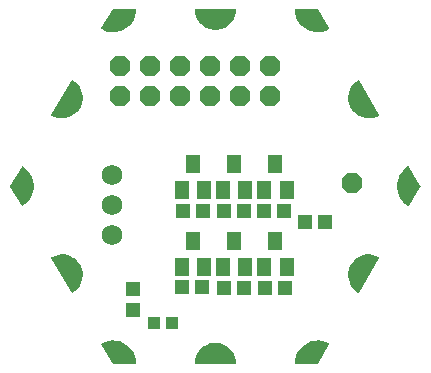
<source format=gbr>
G04 EAGLE Gerber RS-274X export*
G75*
%MOMM*%
%FSLAX34Y34*%
%LPD*%
%INSoldermask Top*%
%IPPOS*%
%AMOC8*
5,1,8,0,0,1.08239X$1,22.5*%
G01*
%ADD10R,1.003200X1.003200*%
%ADD11P,1.869504X8X112.500000*%
%ADD12R,1.303200X1.203200*%
%ADD13R,1.203200X1.303200*%
%ADD14C,1.727200*%
%ADD15R,1.203200X1.603200*%
%ADD16C,1.203200*%
%ADD17P,1.869504X8X22.500000*%

G36*
X17029Y319D02*
X17029Y319D01*
X17058Y317D01*
X17125Y339D01*
X17195Y353D01*
X17219Y369D01*
X17247Y378D01*
X17300Y425D01*
X17359Y465D01*
X17375Y490D01*
X17397Y509D01*
X17428Y573D01*
X17466Y633D01*
X17471Y662D01*
X17483Y688D01*
X17492Y787D01*
X17499Y829D01*
X17496Y840D01*
X17498Y854D01*
X17266Y3652D01*
X17256Y3685D01*
X17252Y3733D01*
X16563Y6455D01*
X16548Y6486D01*
X16536Y6533D01*
X15408Y9104D01*
X15388Y9132D01*
X15369Y9177D01*
X13833Y11527D01*
X13809Y11552D01*
X13783Y11592D01*
X11881Y13658D01*
X11853Y13678D01*
X11820Y13714D01*
X9605Y15438D01*
X9574Y15454D01*
X9536Y15483D01*
X7066Y16820D01*
X7033Y16830D01*
X6991Y16853D01*
X5805Y17260D01*
X4351Y17759D01*
X4335Y17765D01*
X4301Y17769D01*
X4255Y17785D01*
X1486Y18247D01*
X1451Y18246D01*
X1404Y18254D01*
X-1404Y18254D01*
X-1438Y18247D01*
X-1486Y18247D01*
X-4255Y17785D01*
X-4288Y17772D01*
X-4335Y17765D01*
X-6991Y16853D01*
X-7021Y16835D01*
X-7066Y16820D01*
X-9536Y15483D01*
X-9562Y15461D01*
X-9605Y15438D01*
X-11820Y13714D01*
X-11843Y13687D01*
X-11881Y13658D01*
X-13783Y11592D01*
X-13801Y11563D01*
X-13833Y11527D01*
X-15369Y9177D01*
X-15382Y9144D01*
X-15408Y9104D01*
X-16536Y6533D01*
X-16543Y6499D01*
X-16546Y6493D01*
X-16552Y6484D01*
X-16553Y6478D01*
X-16563Y6455D01*
X-17252Y3733D01*
X-17254Y3698D01*
X-17266Y3652D01*
X-17498Y854D01*
X-17494Y825D01*
X-17499Y796D01*
X-17483Y727D01*
X-17474Y656D01*
X-17460Y631D01*
X-17453Y603D01*
X-17411Y545D01*
X-17376Y484D01*
X-17352Y466D01*
X-17335Y442D01*
X-17274Y406D01*
X-17217Y363D01*
X-17189Y356D01*
X-17164Y341D01*
X-17066Y324D01*
X-17025Y314D01*
X-17014Y316D01*
X-17000Y313D01*
X17000Y313D01*
X17029Y319D01*
G37*
G36*
X1438Y283378D02*
X1438Y283378D01*
X1486Y283378D01*
X4255Y283840D01*
X4288Y283853D01*
X4335Y283861D01*
X6991Y284772D01*
X7021Y284790D01*
X7066Y284805D01*
X9536Y286142D01*
X9562Y286164D01*
X9605Y286187D01*
X11820Y287911D01*
X11843Y287938D01*
X11881Y287967D01*
X13783Y290033D01*
X13801Y290062D01*
X13833Y290098D01*
X15369Y292448D01*
X15382Y292481D01*
X15408Y292521D01*
X16536Y295092D01*
X16543Y295126D01*
X16563Y295170D01*
X17252Y297892D01*
X17254Y297927D01*
X17266Y297973D01*
X17498Y300771D01*
X17494Y300800D01*
X17499Y300829D01*
X17483Y300898D01*
X17474Y300969D01*
X17460Y300994D01*
X17453Y301022D01*
X17411Y301080D01*
X17376Y301141D01*
X17352Y301159D01*
X17335Y301183D01*
X17274Y301219D01*
X17217Y301262D01*
X17189Y301269D01*
X17164Y301284D01*
X17066Y301301D01*
X17025Y301311D01*
X17014Y301309D01*
X17000Y301312D01*
X-17000Y301312D01*
X-17029Y301306D01*
X-17058Y301308D01*
X-17125Y301286D01*
X-17195Y301272D01*
X-17219Y301256D01*
X-17247Y301247D01*
X-17300Y301200D01*
X-17359Y301160D01*
X-17375Y301135D01*
X-17397Y301116D01*
X-17428Y301052D01*
X-17466Y300992D01*
X-17471Y300963D01*
X-17483Y300937D01*
X-17492Y300838D01*
X-17499Y300796D01*
X-17496Y300785D01*
X-17498Y300771D01*
X-17266Y297973D01*
X-17256Y297940D01*
X-17252Y297892D01*
X-16563Y295170D01*
X-16548Y295139D01*
X-16536Y295092D01*
X-15408Y292521D01*
X-15388Y292493D01*
X-15369Y292448D01*
X-13833Y290098D01*
X-13809Y290073D01*
X-13783Y290033D01*
X-11881Y287967D01*
X-11853Y287947D01*
X-11820Y287911D01*
X-9605Y286187D01*
X-9574Y286171D01*
X-9536Y286142D01*
X-7066Y284805D01*
X-7033Y284795D01*
X-6991Y284772D01*
X-4335Y283861D01*
X-4301Y283856D01*
X-4255Y283840D01*
X-1486Y283378D01*
X-1451Y283379D01*
X-1404Y283371D01*
X1404Y283371D01*
X1438Y283378D01*
G37*
G36*
X-121393Y60622D02*
X-121393Y60622D01*
X-121322Y60619D01*
X-121295Y60630D01*
X-121266Y60632D01*
X-121176Y60674D01*
X-121136Y60689D01*
X-121128Y60697D01*
X-121115Y60702D01*
X-118812Y62302D01*
X-118788Y62327D01*
X-118748Y62354D01*
X-116739Y64311D01*
X-116720Y64340D01*
X-116685Y64374D01*
X-115026Y66634D01*
X-115011Y66666D01*
X-114982Y66705D01*
X-113718Y69208D01*
X-113709Y69241D01*
X-113687Y69284D01*
X-112851Y71961D01*
X-112848Y71996D01*
X-112833Y72042D01*
X-112450Y74820D01*
X-112452Y74855D01*
X-112446Y74902D01*
X-112525Y77706D01*
X-112533Y77740D01*
X-112534Y77788D01*
X-113073Y80540D01*
X-113087Y80572D01*
X-113096Y80619D01*
X-114081Y83245D01*
X-114096Y83270D01*
X-114101Y83289D01*
X-114109Y83300D01*
X-114116Y83319D01*
X-115520Y85747D01*
X-115543Y85773D01*
X-115567Y85815D01*
X-117351Y87979D01*
X-117378Y88000D01*
X-117409Y88038D01*
X-119525Y89878D01*
X-119555Y89895D01*
X-119591Y89927D01*
X-121982Y91394D01*
X-122014Y91406D01*
X-122055Y91431D01*
X-124654Y92485D01*
X-124688Y92491D01*
X-124733Y92509D01*
X-127470Y93121D01*
X-127505Y93122D01*
X-127552Y93132D01*
X-130352Y93285D01*
X-130386Y93280D01*
X-130434Y93283D01*
X-133222Y92972D01*
X-133255Y92962D01*
X-133303Y92956D01*
X-136001Y92191D01*
X-136031Y92176D01*
X-136078Y92162D01*
X-138613Y90964D01*
X-138637Y90946D01*
X-138664Y90936D01*
X-138716Y90887D01*
X-138773Y90845D01*
X-138787Y90820D01*
X-138809Y90800D01*
X-138837Y90734D01*
X-138873Y90673D01*
X-138876Y90644D01*
X-138888Y90617D01*
X-138889Y90546D01*
X-138898Y90476D01*
X-138890Y90448D01*
X-138890Y90418D01*
X-138856Y90326D01*
X-138844Y90284D01*
X-138837Y90276D01*
X-138832Y90263D01*
X-121832Y60863D01*
X-121813Y60841D01*
X-121800Y60814D01*
X-121747Y60767D01*
X-121700Y60714D01*
X-121674Y60701D01*
X-121652Y60682D01*
X-121585Y60659D01*
X-121521Y60628D01*
X-121492Y60627D01*
X-121464Y60617D01*
X-121393Y60622D01*
G37*
G36*
X130386Y208345D02*
X130386Y208345D01*
X130434Y208343D01*
X133222Y208653D01*
X133255Y208663D01*
X133303Y208669D01*
X136001Y209434D01*
X136031Y209450D01*
X136078Y209463D01*
X138613Y210661D01*
X138637Y210679D01*
X138664Y210689D01*
X138716Y210738D01*
X138773Y210780D01*
X138787Y210805D01*
X138809Y210825D01*
X138837Y210891D01*
X138873Y210952D01*
X138876Y210981D01*
X138888Y211008D01*
X138889Y211079D01*
X138898Y211149D01*
X138890Y211177D01*
X138890Y211207D01*
X138856Y211299D01*
X138844Y211341D01*
X138837Y211350D01*
X138832Y211362D01*
X121832Y240762D01*
X121813Y240784D01*
X121800Y240811D01*
X121747Y240858D01*
X121700Y240911D01*
X121674Y240924D01*
X121652Y240943D01*
X121585Y240966D01*
X121521Y240997D01*
X121492Y240998D01*
X121464Y241008D01*
X121393Y241003D01*
X121322Y241006D01*
X121295Y240995D01*
X121266Y240993D01*
X121176Y240951D01*
X121136Y240936D01*
X121128Y240929D01*
X121115Y240923D01*
X118812Y239323D01*
X118788Y239298D01*
X118748Y239271D01*
X116739Y237314D01*
X116720Y237285D01*
X116685Y237251D01*
X115026Y234991D01*
X115011Y234959D01*
X114982Y234920D01*
X113718Y232417D01*
X113709Y232384D01*
X113687Y232341D01*
X112851Y229664D01*
X112848Y229629D01*
X112833Y229583D01*
X112450Y226805D01*
X112452Y226770D01*
X112446Y226723D01*
X112525Y223919D01*
X112533Y223885D01*
X112534Y223837D01*
X113073Y221085D01*
X113087Y221053D01*
X113096Y221006D01*
X114081Y218380D01*
X114099Y218351D01*
X114116Y218306D01*
X115520Y215878D01*
X115543Y215852D01*
X115567Y215810D01*
X117351Y213646D01*
X117378Y213625D01*
X117409Y213587D01*
X119525Y211747D01*
X119555Y211730D01*
X119591Y211698D01*
X121982Y210231D01*
X122014Y210219D01*
X122055Y210194D01*
X124654Y209140D01*
X124688Y209134D01*
X124733Y209116D01*
X127470Y208504D01*
X127505Y208503D01*
X127552Y208493D01*
X130352Y208340D01*
X130386Y208345D01*
G37*
G36*
X121426Y60623D02*
X121426Y60623D01*
X121497Y60623D01*
X121524Y60634D01*
X121553Y60637D01*
X121615Y60672D01*
X121680Y60699D01*
X121701Y60720D01*
X121726Y60734D01*
X121789Y60811D01*
X121819Y60841D01*
X121823Y60852D01*
X121832Y60863D01*
X138832Y90263D01*
X138841Y90290D01*
X138858Y90314D01*
X138873Y90384D01*
X138895Y90451D01*
X138893Y90480D01*
X138899Y90509D01*
X138886Y90579D01*
X138880Y90649D01*
X138867Y90675D01*
X138861Y90704D01*
X138821Y90763D01*
X138789Y90826D01*
X138766Y90845D01*
X138750Y90869D01*
X138668Y90926D01*
X138635Y90953D01*
X138625Y90956D01*
X138613Y90964D01*
X136078Y92162D01*
X136044Y92171D01*
X136001Y92191D01*
X133303Y92956D01*
X133268Y92959D01*
X133222Y92972D01*
X130434Y93283D01*
X130400Y93279D01*
X130352Y93285D01*
X127552Y93132D01*
X127518Y93123D01*
X127470Y93121D01*
X124733Y92509D01*
X124701Y92495D01*
X124654Y92485D01*
X122055Y91431D01*
X122026Y91412D01*
X121982Y91394D01*
X119591Y89927D01*
X119566Y89903D01*
X119525Y89878D01*
X117409Y88038D01*
X117388Y88010D01*
X117351Y87979D01*
X115567Y85815D01*
X115551Y85784D01*
X115520Y85747D01*
X114116Y83319D01*
X114105Y83287D01*
X114098Y83274D01*
X114088Y83259D01*
X114088Y83257D01*
X114081Y83245D01*
X113096Y80619D01*
X113090Y80585D01*
X113073Y80540D01*
X112534Y77788D01*
X112534Y77753D01*
X112525Y77706D01*
X112446Y74902D01*
X112452Y74868D01*
X112450Y74820D01*
X112833Y72042D01*
X112845Y72009D01*
X112851Y71961D01*
X113687Y69284D01*
X113704Y69254D01*
X113718Y69208D01*
X114982Y66705D01*
X115004Y66677D01*
X115026Y66634D01*
X116685Y64374D01*
X116711Y64350D01*
X116739Y64311D01*
X118748Y62354D01*
X118777Y62336D01*
X118812Y62302D01*
X121115Y60702D01*
X121142Y60691D01*
X121165Y60672D01*
X121233Y60652D01*
X121298Y60624D01*
X121327Y60624D01*
X121355Y60615D01*
X121426Y60623D01*
G37*
G36*
X-127552Y208493D02*
X-127552Y208493D01*
X-127518Y208502D01*
X-127470Y208504D01*
X-124733Y209116D01*
X-124701Y209130D01*
X-124654Y209140D01*
X-122055Y210194D01*
X-122026Y210213D01*
X-121982Y210231D01*
X-119591Y211698D01*
X-119566Y211722D01*
X-119525Y211747D01*
X-117409Y213587D01*
X-117388Y213615D01*
X-117351Y213646D01*
X-115567Y215810D01*
X-115551Y215841D01*
X-115520Y215878D01*
X-114116Y218306D01*
X-114105Y218338D01*
X-114081Y218380D01*
X-113096Y221006D01*
X-113090Y221040D01*
X-113073Y221085D01*
X-112534Y223837D01*
X-112534Y223872D01*
X-112525Y223919D01*
X-112446Y226723D01*
X-112452Y226757D01*
X-112450Y226805D01*
X-112833Y229583D01*
X-112845Y229616D01*
X-112851Y229664D01*
X-113687Y232341D01*
X-113704Y232371D01*
X-113718Y232417D01*
X-114982Y234920D01*
X-115004Y234948D01*
X-115026Y234991D01*
X-116685Y237251D01*
X-116711Y237275D01*
X-116739Y237314D01*
X-118748Y239271D01*
X-118777Y239289D01*
X-118812Y239323D01*
X-121115Y240923D01*
X-121142Y240934D01*
X-121165Y240953D01*
X-121233Y240973D01*
X-121298Y241001D01*
X-121327Y241001D01*
X-121355Y241010D01*
X-121426Y241002D01*
X-121497Y241002D01*
X-121524Y240991D01*
X-121553Y240988D01*
X-121615Y240953D01*
X-121680Y240926D01*
X-121701Y240905D01*
X-121726Y240891D01*
X-121789Y240814D01*
X-121819Y240784D01*
X-121823Y240773D01*
X-121832Y240762D01*
X-138832Y211362D01*
X-138841Y211335D01*
X-138858Y211311D01*
X-138873Y211241D01*
X-138895Y211174D01*
X-138893Y211145D01*
X-138899Y211116D01*
X-138886Y211046D01*
X-138880Y210976D01*
X-138867Y210950D01*
X-138861Y210921D01*
X-138821Y210862D01*
X-138789Y210799D01*
X-138766Y210780D01*
X-138750Y210756D01*
X-138668Y210699D01*
X-138635Y210672D01*
X-138625Y210669D01*
X-138613Y210661D01*
X-136078Y209463D01*
X-136044Y209454D01*
X-136001Y209434D01*
X-133303Y208669D01*
X-133268Y208666D01*
X-133222Y208653D01*
X-130434Y208343D01*
X-130400Y208346D01*
X-130352Y208340D01*
X-127552Y208493D01*
G37*
G36*
X163727Y133823D02*
X163727Y133823D01*
X163798Y133823D01*
X163825Y133834D01*
X163854Y133837D01*
X163916Y133873D01*
X163981Y133900D01*
X164002Y133921D01*
X164027Y133935D01*
X164090Y134012D01*
X164120Y134043D01*
X164124Y134053D01*
X164133Y134063D01*
X173633Y150563D01*
X173643Y150595D01*
X173652Y150608D01*
X173656Y150633D01*
X173657Y150636D01*
X173688Y150707D01*
X173688Y150730D01*
X173696Y150752D01*
X173690Y150829D01*
X173691Y150906D01*
X173681Y150930D01*
X173680Y150950D01*
X173659Y150990D01*
X173633Y151062D01*
X164133Y167562D01*
X164114Y167583D01*
X164101Y167610D01*
X164048Y167657D01*
X164001Y167711D01*
X163975Y167723D01*
X163954Y167743D01*
X163886Y167766D01*
X163822Y167797D01*
X163793Y167798D01*
X163766Y167807D01*
X163694Y167803D01*
X163623Y167806D01*
X163596Y167796D01*
X163567Y167794D01*
X163477Y167751D01*
X163437Y167737D01*
X163429Y167729D01*
X163416Y167723D01*
X160893Y165982D01*
X160869Y165957D01*
X160831Y165931D01*
X158619Y163807D01*
X158600Y163779D01*
X158566Y163747D01*
X156724Y161295D01*
X156710Y161265D01*
X156681Y161227D01*
X155256Y158512D01*
X155247Y158481D01*
X155231Y158456D01*
X155230Y158448D01*
X155225Y158439D01*
X154254Y155530D01*
X154250Y155496D01*
X154235Y155452D01*
X153743Y152426D01*
X153744Y152392D01*
X153736Y152346D01*
X153736Y149279D01*
X153737Y149276D01*
X153737Y149273D01*
X153743Y149247D01*
X153743Y149246D01*
X153743Y149199D01*
X154235Y146173D01*
X154247Y146141D01*
X154254Y146095D01*
X155225Y143186D01*
X155242Y143157D01*
X155256Y143113D01*
X156681Y140398D01*
X156703Y140371D01*
X156724Y140330D01*
X158566Y137878D01*
X158591Y137856D01*
X158619Y137818D01*
X160831Y135694D01*
X160859Y135676D01*
X160893Y135643D01*
X163416Y133902D01*
X163443Y133890D01*
X163465Y133872D01*
X163534Y133852D01*
X163599Y133824D01*
X163628Y133823D01*
X163656Y133815D01*
X163727Y133823D01*
G37*
G36*
X-163694Y133822D02*
X-163694Y133822D01*
X-163623Y133819D01*
X-163596Y133829D01*
X-163567Y133831D01*
X-163477Y133874D01*
X-163437Y133888D01*
X-163429Y133896D01*
X-163416Y133902D01*
X-160893Y135643D01*
X-160869Y135668D01*
X-160831Y135694D01*
X-158619Y137818D01*
X-158600Y137846D01*
X-158566Y137878D01*
X-156724Y140330D01*
X-156710Y140360D01*
X-156681Y140398D01*
X-155256Y143113D01*
X-155247Y143145D01*
X-155225Y143186D01*
X-154254Y146095D01*
X-154250Y146129D01*
X-154235Y146173D01*
X-153743Y149199D01*
X-153744Y149233D01*
X-153736Y149279D01*
X-153736Y152346D01*
X-153743Y152379D01*
X-153743Y152426D01*
X-154235Y155452D01*
X-154247Y155484D01*
X-154254Y155530D01*
X-155225Y158439D01*
X-155238Y158462D01*
X-155244Y158486D01*
X-155251Y158495D01*
X-155256Y158512D01*
X-156681Y161227D01*
X-156703Y161254D01*
X-156724Y161295D01*
X-158566Y163747D01*
X-158591Y163769D01*
X-158619Y163807D01*
X-160831Y165931D01*
X-160859Y165949D01*
X-160893Y165982D01*
X-163416Y167723D01*
X-163443Y167735D01*
X-163465Y167753D01*
X-163534Y167774D01*
X-163599Y167801D01*
X-163628Y167802D01*
X-163656Y167810D01*
X-163727Y167802D01*
X-163798Y167802D01*
X-163825Y167791D01*
X-163854Y167788D01*
X-163916Y167753D01*
X-163981Y167725D01*
X-164002Y167704D01*
X-164027Y167690D01*
X-164090Y167613D01*
X-164120Y167582D01*
X-164124Y167572D01*
X-164133Y167562D01*
X-173633Y151062D01*
X-173657Y150989D01*
X-173688Y150918D01*
X-173688Y150895D01*
X-173696Y150873D01*
X-173690Y150796D01*
X-173691Y150719D01*
X-173681Y150695D01*
X-173680Y150675D01*
X-173659Y150635D01*
X-173640Y150583D01*
X-173639Y150578D01*
X-173637Y150576D01*
X-173633Y150563D01*
X-164133Y134063D01*
X-164114Y134042D01*
X-164101Y134015D01*
X-164048Y133968D01*
X-164001Y133914D01*
X-163975Y133902D01*
X-163954Y133882D01*
X-163886Y133859D01*
X-163822Y133828D01*
X-163793Y133827D01*
X-163766Y133818D01*
X-163694Y133822D01*
G37*
G36*
X86676Y329D02*
X86676Y329D01*
X86754Y337D01*
X86773Y348D01*
X86795Y353D01*
X86859Y397D01*
X86927Y435D01*
X86943Y454D01*
X86959Y465D01*
X86983Y503D01*
X87033Y563D01*
X96533Y17063D01*
X96542Y17091D01*
X96558Y17114D01*
X96573Y17184D01*
X96596Y17252D01*
X96593Y17281D01*
X96599Y17309D01*
X96586Y17379D01*
X96580Y17450D01*
X96567Y17476D01*
X96561Y17504D01*
X96521Y17563D01*
X96488Y17627D01*
X96466Y17645D01*
X96450Y17669D01*
X96367Y17726D01*
X96335Y17753D01*
X96324Y17756D01*
X96314Y17764D01*
X93548Y19072D01*
X93515Y19080D01*
X93472Y19101D01*
X90532Y19948D01*
X90498Y19951D01*
X90454Y19964D01*
X87416Y20330D01*
X87382Y20327D01*
X87335Y20333D01*
X84278Y20206D01*
X84245Y20198D01*
X84198Y20196D01*
X81201Y19580D01*
X81170Y19567D01*
X81124Y19558D01*
X78264Y18470D01*
X78236Y18451D01*
X78192Y18435D01*
X75544Y16902D01*
X75518Y16879D01*
X75478Y16856D01*
X73110Y14918D01*
X73088Y14892D01*
X73052Y14862D01*
X71025Y12570D01*
X71009Y12540D01*
X70977Y12505D01*
X69345Y9917D01*
X69333Y9886D01*
X69308Y9846D01*
X68112Y7030D01*
X68105Y6996D01*
X68102Y6990D01*
X68098Y6983D01*
X68097Y6978D01*
X68086Y6953D01*
X67358Y3982D01*
X67356Y3948D01*
X67345Y3902D01*
X67102Y852D01*
X67106Y824D01*
X67101Y796D01*
X67118Y726D01*
X67126Y655D01*
X67141Y630D01*
X67147Y603D01*
X67190Y545D01*
X67226Y482D01*
X67248Y465D01*
X67265Y442D01*
X67327Y406D01*
X67384Y362D01*
X67412Y355D01*
X67436Y341D01*
X67536Y324D01*
X67577Y314D01*
X67587Y315D01*
X67600Y313D01*
X86600Y313D01*
X86676Y329D01*
G37*
G36*
X87369Y281298D02*
X87369Y281298D01*
X87416Y281295D01*
X90454Y281661D01*
X90486Y281671D01*
X90532Y281677D01*
X93472Y282524D01*
X93502Y282540D01*
X93548Y282553D01*
X96314Y283861D01*
X96336Y283878D01*
X96363Y283888D01*
X96415Y283937D01*
X96473Y283980D01*
X96487Y284005D01*
X96508Y284025D01*
X96537Y284090D01*
X96573Y284152D01*
X96576Y284181D01*
X96588Y284207D01*
X96589Y284279D01*
X96598Y284349D01*
X96590Y284377D01*
X96591Y284406D01*
X96555Y284500D01*
X96544Y284541D01*
X96537Y284549D01*
X96533Y284562D01*
X87033Y301062D01*
X86981Y301120D01*
X86935Y301183D01*
X86916Y301194D01*
X86901Y301211D01*
X86831Y301244D01*
X86764Y301284D01*
X86740Y301288D01*
X86722Y301297D01*
X86677Y301299D01*
X86600Y301312D01*
X67600Y301312D01*
X67572Y301306D01*
X67544Y301309D01*
X67476Y301286D01*
X67405Y301272D01*
X67382Y301256D01*
X67355Y301247D01*
X67300Y301200D01*
X67241Y301160D01*
X67226Y301136D01*
X67205Y301117D01*
X67173Y301053D01*
X67134Y300992D01*
X67129Y300964D01*
X67117Y300939D01*
X67108Y300837D01*
X67101Y300796D01*
X67103Y300786D01*
X67102Y300773D01*
X67345Y297723D01*
X67354Y297690D01*
X67358Y297643D01*
X68086Y294672D01*
X68101Y294641D01*
X68112Y294595D01*
X69308Y291779D01*
X69327Y291751D01*
X69345Y291708D01*
X70977Y289120D01*
X71001Y289095D01*
X71025Y289055D01*
X73052Y286763D01*
X73079Y286742D01*
X73110Y286707D01*
X75478Y284769D01*
X75508Y284753D01*
X75544Y284723D01*
X78192Y283190D01*
X78224Y283179D01*
X78264Y283155D01*
X81124Y282067D01*
X81157Y282061D01*
X81201Y282045D01*
X84198Y281429D01*
X84232Y281429D01*
X84278Y281419D01*
X87335Y281292D01*
X87369Y281298D01*
G37*
G36*
X-67572Y319D02*
X-67572Y319D01*
X-67544Y316D01*
X-67476Y339D01*
X-67405Y353D01*
X-67382Y369D01*
X-67355Y378D01*
X-67300Y425D01*
X-67241Y465D01*
X-67226Y489D01*
X-67205Y508D01*
X-67173Y572D01*
X-67134Y633D01*
X-67129Y661D01*
X-67117Y686D01*
X-67108Y788D01*
X-67101Y829D01*
X-67103Y839D01*
X-67102Y852D01*
X-67345Y3902D01*
X-67354Y3935D01*
X-67358Y3982D01*
X-68086Y6953D01*
X-68101Y6984D01*
X-68112Y7030D01*
X-69308Y9846D01*
X-69327Y9874D01*
X-69345Y9917D01*
X-70977Y12505D01*
X-71001Y12530D01*
X-71025Y12570D01*
X-73052Y14862D01*
X-73079Y14883D01*
X-73110Y14918D01*
X-75478Y16856D01*
X-75508Y16872D01*
X-75544Y16902D01*
X-78192Y18435D01*
X-78224Y18446D01*
X-78264Y18470D01*
X-81124Y19558D01*
X-81157Y19564D01*
X-81201Y19580D01*
X-84198Y20196D01*
X-84232Y20196D01*
X-84278Y20206D01*
X-87335Y20333D01*
X-87369Y20327D01*
X-87416Y20330D01*
X-90454Y19964D01*
X-90486Y19954D01*
X-90532Y19948D01*
X-93472Y19101D01*
X-93502Y19085D01*
X-93548Y19072D01*
X-96314Y17764D01*
X-96336Y17747D01*
X-96363Y17737D01*
X-96415Y17688D01*
X-96473Y17645D01*
X-96487Y17620D01*
X-96508Y17600D01*
X-96537Y17535D01*
X-96573Y17473D01*
X-96576Y17445D01*
X-96588Y17418D01*
X-96589Y17346D01*
X-96598Y17276D01*
X-96590Y17248D01*
X-96591Y17219D01*
X-96555Y17125D01*
X-96544Y17084D01*
X-96537Y17076D01*
X-96533Y17063D01*
X-87033Y563D01*
X-86981Y505D01*
X-86935Y442D01*
X-86916Y431D01*
X-86901Y414D01*
X-86831Y381D01*
X-86764Y341D01*
X-86740Y337D01*
X-86722Y328D01*
X-86677Y326D01*
X-86600Y313D01*
X-67600Y313D01*
X-67572Y319D01*
G37*
G36*
X-84278Y281419D02*
X-84278Y281419D01*
X-84245Y281427D01*
X-84198Y281429D01*
X-81201Y282045D01*
X-81170Y282058D01*
X-81124Y282067D01*
X-78264Y283155D01*
X-78236Y283174D01*
X-78192Y283190D01*
X-75544Y284723D01*
X-75518Y284746D01*
X-75478Y284769D01*
X-73110Y286707D01*
X-73088Y286733D01*
X-73052Y286763D01*
X-71025Y289055D01*
X-71009Y289085D01*
X-70977Y289120D01*
X-69345Y291708D01*
X-69333Y291740D01*
X-69308Y291779D01*
X-68112Y294595D01*
X-68105Y294629D01*
X-68086Y294672D01*
X-67358Y297643D01*
X-67356Y297677D01*
X-67345Y297723D01*
X-67102Y300773D01*
X-67106Y300801D01*
X-67101Y300829D01*
X-67118Y300899D01*
X-67126Y300970D01*
X-67141Y300995D01*
X-67147Y301022D01*
X-67190Y301080D01*
X-67226Y301143D01*
X-67248Y301160D01*
X-67265Y301183D01*
X-67327Y301219D01*
X-67384Y301263D01*
X-67412Y301270D01*
X-67436Y301284D01*
X-67536Y301301D01*
X-67577Y301311D01*
X-67587Y301310D01*
X-67600Y301312D01*
X-86600Y301312D01*
X-86676Y301296D01*
X-86754Y301288D01*
X-86773Y301277D01*
X-86795Y301272D01*
X-86859Y301228D01*
X-86927Y301190D01*
X-86943Y301171D01*
X-86959Y301160D01*
X-86983Y301122D01*
X-87033Y301062D01*
X-96533Y284562D01*
X-96542Y284534D01*
X-96558Y284511D01*
X-96573Y284441D01*
X-96596Y284373D01*
X-96593Y284345D01*
X-96599Y284316D01*
X-96586Y284246D01*
X-96580Y284175D01*
X-96567Y284149D01*
X-96561Y284121D01*
X-96521Y284062D01*
X-96488Y283998D01*
X-96466Y283980D01*
X-96450Y283956D01*
X-96367Y283899D01*
X-96335Y283872D01*
X-96324Y283869D01*
X-96314Y283861D01*
X-93548Y282553D01*
X-93515Y282545D01*
X-93472Y282524D01*
X-90532Y281677D01*
X-90498Y281674D01*
X-90454Y281661D01*
X-87416Y281295D01*
X-87382Y281298D01*
X-87335Y281292D01*
X-84278Y281419D01*
G37*
D10*
X-51950Y34925D03*
X-36950Y34925D03*
D11*
X115888Y153988D03*
D12*
X-69625Y63500D03*
X-69625Y46500D03*
D13*
X75638Y120650D03*
X92638Y120650D03*
D14*
X-87313Y160338D03*
X-87313Y134938D03*
X-87313Y109538D03*
D15*
X-19050Y104663D03*
X-9550Y82663D03*
X-28550Y82663D03*
D13*
X-11575Y65313D03*
X-28575Y65313D03*
D15*
X15875Y104663D03*
X25375Y82663D03*
X6375Y82663D03*
D13*
X24375Y65088D03*
X7375Y65088D03*
D15*
X50800Y104663D03*
X60300Y82663D03*
X41300Y82663D03*
D13*
X59300Y65088D03*
X42300Y65088D03*
D15*
X-19050Y169750D03*
X-9550Y147750D03*
X-28550Y147750D03*
D13*
X-10550Y130175D03*
X-27550Y130175D03*
D15*
X15875Y169750D03*
X25375Y147750D03*
X6375Y147750D03*
D13*
X24375Y130175D03*
X7375Y130175D03*
D15*
X50800Y169750D03*
X60300Y147750D03*
X41300Y147750D03*
D13*
X57713Y130175D03*
X40713Y130175D03*
D16*
X82600Y293913D03*
X165200Y150813D03*
X82600Y7713D03*
X-82600Y7713D03*
X-165200Y150813D03*
X-82600Y293913D03*
X123900Y222313D03*
X123900Y79313D03*
X0Y7713D03*
X-123900Y79313D03*
X-123900Y222313D03*
X0Y293913D03*
D17*
X-80963Y227013D03*
X-80963Y252413D03*
X-55563Y227013D03*
X-55563Y252413D03*
X-30163Y227013D03*
X-30163Y252413D03*
X-4763Y227013D03*
X-4763Y252413D03*
X20638Y227013D03*
X20638Y252413D03*
X46038Y227013D03*
X46038Y252413D03*
M02*

</source>
